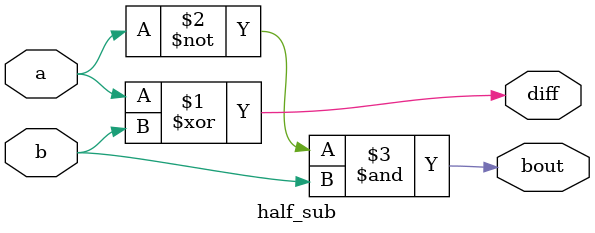
<source format=v>
module half_sub(
input a,b,
output diff,bout
);
	assign diff = a^b;
	assign bout = ~a&b;
	
endmodule

</source>
